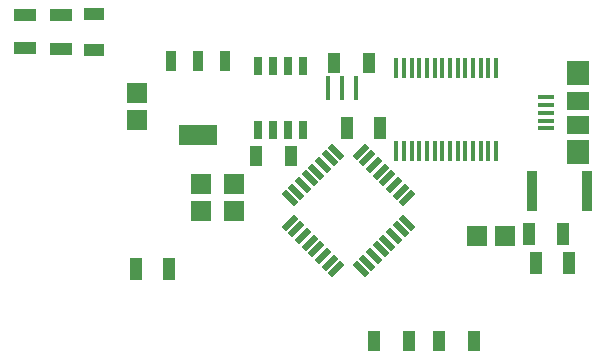
<source format=gtp>
G04*
G04 #@! TF.GenerationSoftware,Altium Limited,Altium Designer,19.0.10 (269)*
G04*
G04 Layer_Color=8421504*
%FSLAX25Y25*%
%MOIN*%
G70*
G01*
G75*
%ADD17R,0.04134X0.07087*%
%ADD18R,0.07362X0.04055*%
%ADD19R,0.07087X0.04134*%
%ADD20R,0.04055X0.07362*%
%ADD21R,0.06890X0.06693*%
%ADD22R,0.07480X0.08268*%
%ADD23R,0.07480X0.05906*%
%ADD24R,0.05315X0.01575*%
G04:AMPARAMS|DCode=25|XSize=59.06mil|YSize=19.68mil|CornerRadius=0mil|HoleSize=0mil|Usage=FLASHONLY|Rotation=45.000|XOffset=0mil|YOffset=0mil|HoleType=Round|Shape=Rectangle|*
%AMROTATEDRECTD25*
4,1,4,-0.01392,-0.02784,-0.02784,-0.01392,0.01392,0.02784,0.02784,0.01392,-0.01392,-0.02784,0.0*
%
%ADD25ROTATEDRECTD25*%

G04:AMPARAMS|DCode=26|XSize=59.06mil|YSize=19.68mil|CornerRadius=0mil|HoleSize=0mil|Usage=FLASHONLY|Rotation=135.000|XOffset=0mil|YOffset=0mil|HoleType=Round|Shape=Rectangle|*
%AMROTATEDRECTD26*
4,1,4,0.02784,-0.01392,0.01392,-0.02784,-0.02784,0.01392,-0.01392,0.02784,0.02784,-0.01392,0.0*
%
%ADD26ROTATEDRECTD26*%

%ADD27R,0.03740X0.06890*%
%ADD28R,0.12598X0.06890*%
%ADD29R,0.01575X0.07087*%
%ADD30R,0.02559X0.06004*%
%ADD31R,0.01575X0.07874*%
%ADD32R,0.06693X0.06890*%
%ADD33R,0.03347X0.13504*%
D17*
X351969Y231496D02*
D03*
X363779D02*
D03*
X342043Y231540D02*
D03*
X330232D02*
D03*
X302799Y293053D02*
D03*
X290988D02*
D03*
X328783Y324155D02*
D03*
X316972D02*
D03*
D18*
X214137Y340131D02*
D03*
Y328949D02*
D03*
X226137Y340081D02*
D03*
Y328900D02*
D03*
D19*
X237137Y328540D02*
D03*
Y340351D02*
D03*
D20*
X381972Y267069D02*
D03*
X393153D02*
D03*
X250812Y255257D02*
D03*
X261993D02*
D03*
X321224Y302479D02*
D03*
X332405D02*
D03*
X395328Y257540D02*
D03*
X384147D02*
D03*
D21*
X251284Y305060D02*
D03*
Y314116D02*
D03*
X283507Y283899D02*
D03*
Y274844D02*
D03*
X272769Y274745D02*
D03*
Y283801D02*
D03*
D22*
X398437Y294288D02*
D03*
Y320666D02*
D03*
D23*
Y303540D02*
D03*
Y311414D02*
D03*
D24*
X387808Y307477D02*
D03*
Y310036D02*
D03*
Y304918D02*
D03*
Y312595D02*
D03*
Y302359D02*
D03*
D25*
X302149Y270906D02*
D03*
X304376Y268679D02*
D03*
X306603Y266452D02*
D03*
X308830Y264224D02*
D03*
X311057Y261997D02*
D03*
X313284Y259770D02*
D03*
X315511Y257543D02*
D03*
X317739Y255316D02*
D03*
X341402Y278979D02*
D03*
X339175Y281206D02*
D03*
X336947Y283433D02*
D03*
X334720Y285660D02*
D03*
X332493Y287887D02*
D03*
X330266Y290114D02*
D03*
X328039Y292342D02*
D03*
X325812Y294569D02*
D03*
D26*
Y255316D02*
D03*
X328039Y257543D02*
D03*
X330266Y259770D02*
D03*
X332493Y261997D02*
D03*
X334720Y264224D02*
D03*
X336947Y266452D02*
D03*
X339175Y268679D02*
D03*
X341402Y270906D02*
D03*
X317739Y294569D02*
D03*
X315511Y292342D02*
D03*
X313284Y290114D02*
D03*
X311057Y287887D02*
D03*
X308830Y285660D02*
D03*
X306603Y283433D02*
D03*
X304376Y281206D02*
D03*
X302149Y278979D02*
D03*
D27*
X280752Y324745D02*
D03*
X271696D02*
D03*
X262641D02*
D03*
D28*
X271696Y299942D02*
D03*
D29*
X371007Y322580D02*
D03*
X368448D02*
D03*
X365889D02*
D03*
X363330D02*
D03*
X360771D02*
D03*
X358212D02*
D03*
X355653D02*
D03*
X353094D02*
D03*
X350535D02*
D03*
X347976D02*
D03*
X345417D02*
D03*
X342858D02*
D03*
X340299D02*
D03*
X337740D02*
D03*
Y294627D02*
D03*
X340299D02*
D03*
X342858D02*
D03*
X345417D02*
D03*
X347976D02*
D03*
X350535D02*
D03*
X353094D02*
D03*
X355653D02*
D03*
X358212D02*
D03*
X360771D02*
D03*
X363330D02*
D03*
X365889D02*
D03*
X368448D02*
D03*
X371007D02*
D03*
D30*
X306756Y323021D02*
D03*
X301756D02*
D03*
X296756D02*
D03*
X291756D02*
D03*
Y301667D02*
D03*
X296756D02*
D03*
X301756D02*
D03*
X306756D02*
D03*
D31*
X324452Y315887D02*
D03*
X319728D02*
D03*
X315004D02*
D03*
D32*
X364807Y266379D02*
D03*
X373862D02*
D03*
D33*
X401193Y281397D02*
D03*
X383082D02*
D03*
M02*

</source>
